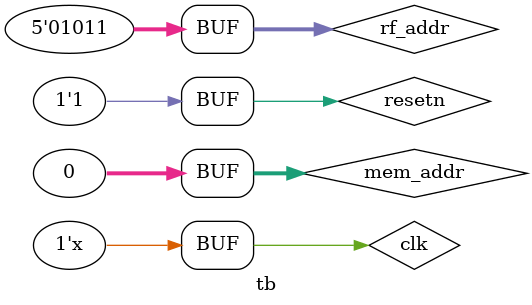
<source format=v>
`timescale 1ns / 1ps

module tb;

    // Inputs
    reg clk;
    reg resetn;
    reg [4:0] rf_addr;
    reg [31:0] mem_addr;

    // Outputs
    wire [31:0] rf_data;
    wire [31:0] mem_data;
    wire [31:0] cpu_pc;
    wire [31:0] cpu_inst;

    // Instantiate the Unit Under Test (UUT)
    single_cycle_cpu uut (
        .clk(clk), 
        .resetn(resetn), 
        .rf_addr(rf_addr), 
        .mem_addr(mem_addr), 
        .rf_data(rf_data), 
        .mem_data(mem_data), 
        .cpu_pc(cpu_pc), 
        .cpu_inst(cpu_inst)
    );

    initial begin
        // Initialize Inputs
        clk = 1;
        resetn = 0;
        rf_addr = 0;
        mem_addr = 0;
        #100;
        resetn = 1;
    
        rf_addr = 1;
        #10;
        rf_addr = 2;
        #10;
        rf_addr = 3;
        #10;       
        rf_addr = 4;
        #10;  
        rf_addr = 5;
        #10;
        mem_addr = 32'H00000014;
        #10;          
        rf_addr = 6;
        #10;      
        rf_addr = 7;
        #10;      
        rf_addr = 8;
        #10;       
        rf_addr = 9;
        #10;
        mem_addr = 32'H0000001c;   
        #10;      
        rf_addr = 10;
        #10;       
        rf_addr = 11;
        mem_addr = 32'H00000000;
        #10;
      
    end
    always #5 clk=~clk;
endmodule

</source>
